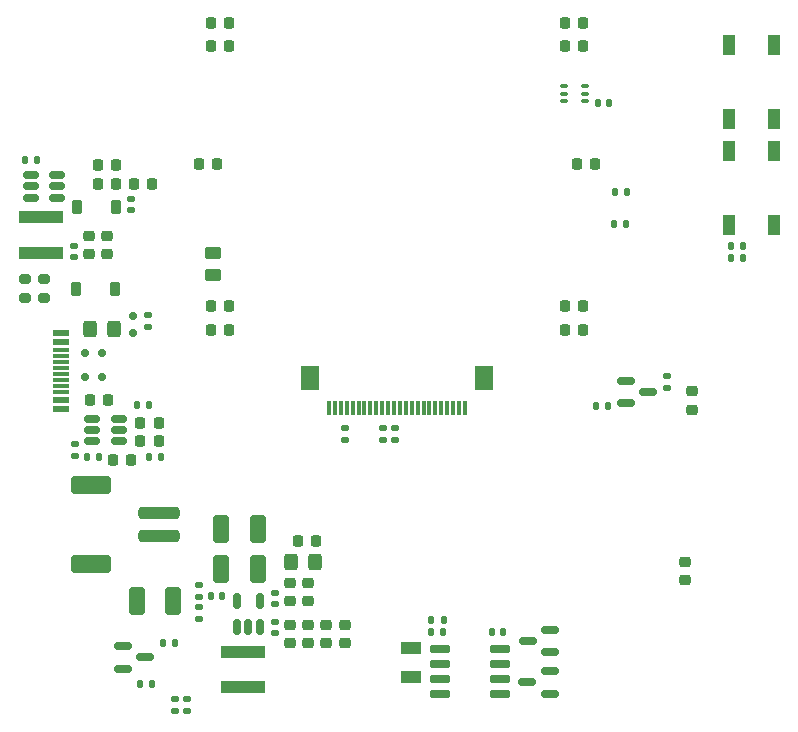
<source format=gtp>
%TF.GenerationSoftware,KiCad,Pcbnew,(7.0.0-93-gc189053ee5-dirty)*%
%TF.CreationDate,2023-02-21T15:15:17-08:00*%
%TF.ProjectId,ai-camera,61692d63-616d-4657-9261-2e6b69636164,rev1*%
%TF.SameCoordinates,PX5a995c0PY2aea540*%
%TF.FileFunction,Paste,Top*%
%TF.FilePolarity,Positive*%
%FSLAX46Y46*%
G04 Gerber Fmt 4.6, Leading zero omitted, Abs format (unit mm)*
G04 Created by KiCad (PCBNEW (7.0.0-93-gc189053ee5-dirty)) date 2023-02-21 15:15:17*
%MOMM*%
%LPD*%
G01*
G04 APERTURE LIST*
G04 Aperture macros list*
%AMRoundRect*
0 Rectangle with rounded corners*
0 $1 Rounding radius*
0 $2 $3 $4 $5 $6 $7 $8 $9 X,Y pos of 4 corners*
0 Add a 4 corners polygon primitive as box body*
4,1,4,$2,$3,$4,$5,$6,$7,$8,$9,$2,$3,0*
0 Add four circle primitives for the rounded corners*
1,1,$1+$1,$2,$3*
1,1,$1+$1,$4,$5*
1,1,$1+$1,$6,$7*
1,1,$1+$1,$8,$9*
0 Add four rect primitives between the rounded corners*
20,1,$1+$1,$2,$3,$4,$5,0*
20,1,$1+$1,$4,$5,$6,$7,0*
20,1,$1+$1,$6,$7,$8,$9,0*
20,1,$1+$1,$8,$9,$2,$3,0*%
G04 Aperture macros list end*
%ADD10R,1.800000X1.000000*%
%ADD11R,1.450000X0.600000*%
%ADD12R,1.450000X0.300000*%
%ADD13RoundRect,0.225000X-0.225000X-0.250000X0.225000X-0.250000X0.225000X0.250000X-0.225000X0.250000X0*%
%ADD14RoundRect,0.075000X0.250000X0.075000X-0.250000X0.075000X-0.250000X-0.075000X0.250000X-0.075000X0*%
%ADD15RoundRect,0.150000X-0.725000X-0.150000X0.725000X-0.150000X0.725000X0.150000X-0.725000X0.150000X0*%
%ADD16R,3.700000X1.100000*%
%ADD17RoundRect,0.225000X-0.250000X0.225000X-0.250000X-0.225000X0.250000X-0.225000X0.250000X0.225000X0*%
%ADD18RoundRect,0.200000X0.275000X-0.200000X0.275000X0.200000X-0.275000X0.200000X-0.275000X-0.200000X0*%
%ADD19RoundRect,0.140000X-0.140000X-0.170000X0.140000X-0.170000X0.140000X0.170000X-0.140000X0.170000X0*%
%ADD20RoundRect,0.135000X0.135000X0.185000X-0.135000X0.185000X-0.135000X-0.185000X0.135000X-0.185000X0*%
%ADD21RoundRect,0.150000X-0.150000X-0.200000X0.150000X-0.200000X0.150000X0.200000X-0.150000X0.200000X0*%
%ADD22R,1.000000X1.700000*%
%ADD23RoundRect,0.250000X-0.325000X-0.450000X0.325000X-0.450000X0.325000X0.450000X-0.325000X0.450000X0*%
%ADD24RoundRect,0.140000X-0.170000X0.140000X-0.170000X-0.140000X0.170000X-0.140000X0.170000X0.140000X0*%
%ADD25RoundRect,0.218750X0.256250X-0.218750X0.256250X0.218750X-0.256250X0.218750X-0.256250X-0.218750X0*%
%ADD26RoundRect,0.135000X-0.135000X-0.185000X0.135000X-0.185000X0.135000X0.185000X-0.135000X0.185000X0*%
%ADD27RoundRect,0.218750X-0.218750X-0.256250X0.218750X-0.256250X0.218750X0.256250X-0.218750X0.256250X0*%
%ADD28RoundRect,0.250000X0.412500X0.925000X-0.412500X0.925000X-0.412500X-0.925000X0.412500X-0.925000X0*%
%ADD29RoundRect,0.140000X0.170000X-0.140000X0.170000X0.140000X-0.170000X0.140000X-0.170000X-0.140000X0*%
%ADD30RoundRect,0.135000X-0.185000X0.135000X-0.185000X-0.135000X0.185000X-0.135000X0.185000X0.135000X0*%
%ADD31RoundRect,0.250000X-1.500000X0.250000X-1.500000X-0.250000X1.500000X-0.250000X1.500000X0.250000X0*%
%ADD32RoundRect,0.250001X-1.449999X0.499999X-1.449999X-0.499999X1.449999X-0.499999X1.449999X0.499999X0*%
%ADD33RoundRect,0.250000X0.325000X0.450000X-0.325000X0.450000X-0.325000X-0.450000X0.325000X-0.450000X0*%
%ADD34RoundRect,0.150000X0.512500X0.150000X-0.512500X0.150000X-0.512500X-0.150000X0.512500X-0.150000X0*%
%ADD35R,0.300000X1.300000*%
%ADD36R,1.600000X2.000000*%
%ADD37RoundRect,0.150000X0.587500X0.150000X-0.587500X0.150000X-0.587500X-0.150000X0.587500X-0.150000X0*%
%ADD38RoundRect,0.135000X0.185000X-0.135000X0.185000X0.135000X-0.185000X0.135000X-0.185000X-0.135000X0*%
%ADD39RoundRect,0.150000X-0.200000X0.150000X-0.200000X-0.150000X0.200000X-0.150000X0.200000X0.150000X0*%
%ADD40RoundRect,0.225000X0.225000X0.375000X-0.225000X0.375000X-0.225000X-0.375000X0.225000X-0.375000X0*%
%ADD41RoundRect,0.225000X0.250000X-0.225000X0.250000X0.225000X-0.250000X0.225000X-0.250000X-0.225000X0*%
%ADD42RoundRect,0.150000X0.150000X-0.512500X0.150000X0.512500X-0.150000X0.512500X-0.150000X-0.512500X0*%
%ADD43RoundRect,0.225000X-0.225000X-0.375000X0.225000X-0.375000X0.225000X0.375000X-0.225000X0.375000X0*%
%ADD44RoundRect,0.225000X0.225000X0.250000X-0.225000X0.250000X-0.225000X-0.250000X0.225000X-0.250000X0*%
%ADD45RoundRect,0.150000X-0.587500X-0.150000X0.587500X-0.150000X0.587500X0.150000X-0.587500X0.150000X0*%
%ADD46RoundRect,0.250000X0.450000X-0.262500X0.450000X0.262500X-0.450000X0.262500X-0.450000X-0.262500X0*%
G04 APERTURE END LIST*
D10*
X36219999Y-65429999D03*
X36219999Y-62929999D03*
D11*
X6544999Y-36249999D03*
X6544999Y-37049999D03*
D12*
X6544999Y-38249999D03*
X6544999Y-39249999D03*
X6544999Y-39749999D03*
X6544999Y-40749999D03*
D11*
X6544999Y-41949999D03*
X6544999Y-42749999D03*
X6544999Y-42749999D03*
X6544999Y-41949999D03*
D12*
X6544999Y-41249999D03*
X6544999Y-40249999D03*
X6544999Y-38749999D03*
X6544999Y-37749999D03*
D11*
X6544999Y-37049999D03*
X6544999Y-36249999D03*
D13*
X10950000Y-47000000D03*
X12500000Y-47000000D03*
D14*
X50900000Y-16650000D03*
X50900000Y-16000000D03*
X50900000Y-15350000D03*
X49100000Y-15350000D03*
X49100000Y-16000000D03*
X49100000Y-16650000D03*
D15*
X38605000Y-62995000D03*
X38605000Y-64265000D03*
X38605000Y-65535000D03*
X38605000Y-66805000D03*
X43755000Y-66805000D03*
X43755000Y-65535000D03*
X43755000Y-64265000D03*
X43755000Y-62995000D03*
D16*
X21999999Y-63249999D03*
X21999999Y-66249999D03*
D17*
X25937500Y-57412499D03*
X25937500Y-58962499D03*
D18*
X5100000Y-33325000D03*
X5100000Y-31675000D03*
D19*
X43040000Y-61620000D03*
X44000000Y-61620000D03*
D20*
X14260000Y-66020000D03*
X13240000Y-66020000D03*
D18*
X3500000Y-33325000D03*
X3500000Y-31675000D03*
D20*
X16200000Y-62530000D03*
X15180000Y-62530000D03*
D21*
X10007500Y-37970000D03*
X8607500Y-37970000D03*
D22*
X66899999Y-20849999D03*
X66899999Y-27149999D03*
X63099999Y-20849999D03*
X63099999Y-27149999D03*
D23*
X8975000Y-35930000D03*
X11025000Y-35930000D03*
D24*
X12450000Y-24905000D03*
X12450000Y-25865000D03*
D25*
X60000000Y-42787500D03*
X60000000Y-41212500D03*
D26*
X63250000Y-28890000D03*
X64270000Y-28890000D03*
D27*
X13248987Y-45459099D03*
X14823987Y-45459099D03*
X19212500Y-36000000D03*
X20787500Y-36000000D03*
D26*
X14040000Y-46750000D03*
X15060000Y-46750000D03*
D28*
X16075000Y-59000000D03*
X13000000Y-59000000D03*
D26*
X37910000Y-61620000D03*
X38930000Y-61620000D03*
D29*
X34798000Y-45311000D03*
X34798000Y-44351000D03*
D26*
X53420000Y-24330000D03*
X54440000Y-24330000D03*
D28*
X23212500Y-56250000D03*
X20137500Y-56250000D03*
D16*
X4849999Y-29489999D03*
X4849999Y-26489999D03*
D27*
X19212500Y-12000000D03*
X20787500Y-12000000D03*
D13*
X26605000Y-53900000D03*
X28155000Y-53900000D03*
D30*
X13920000Y-34750000D03*
X13920000Y-35770000D03*
D31*
X14850000Y-51500000D03*
X14850000Y-53500000D03*
D32*
X9100000Y-49150000D03*
X9100000Y-55850000D03*
D33*
X28075000Y-55670000D03*
X26025000Y-55670000D03*
D27*
X49212500Y-34000000D03*
X50787500Y-34000000D03*
D19*
X19250000Y-58550000D03*
X20210000Y-58550000D03*
D27*
X19212500Y-34000000D03*
X20787500Y-34000000D03*
D30*
X18270000Y-57570000D03*
X18270000Y-58590000D03*
D17*
X8910000Y-28025000D03*
X8910000Y-29575000D03*
D27*
X13261486Y-43859099D03*
X14836486Y-43859099D03*
D30*
X18260000Y-59500000D03*
X18260000Y-60520000D03*
D24*
X17200000Y-68260000D03*
X17200000Y-67300000D03*
D34*
X6247500Y-24820000D03*
X6247500Y-23870000D03*
X6247500Y-22920000D03*
X3972500Y-22920000D03*
X3972500Y-23870000D03*
X3972500Y-24820000D03*
D35*
X40749999Y-42599999D03*
X40249999Y-42599999D03*
X39749999Y-42599999D03*
X39249999Y-42599999D03*
X38749999Y-42599999D03*
X38249999Y-42599999D03*
X37749999Y-42599999D03*
X37249999Y-42599999D03*
X36749999Y-42599999D03*
X36249999Y-42599999D03*
X35749999Y-42599999D03*
X35249999Y-42599999D03*
X34749999Y-42599999D03*
X34249999Y-42599999D03*
X33749999Y-42599999D03*
X33249999Y-42599999D03*
X32749999Y-42599999D03*
X32249999Y-42599999D03*
X31749999Y-42599999D03*
X31249999Y-42599999D03*
X30749999Y-42599999D03*
X30249999Y-42599999D03*
X29749999Y-42599999D03*
X29249999Y-42599999D03*
D36*
X42399999Y-40119999D03*
X27599999Y-40119999D03*
D27*
X49212500Y-10000000D03*
X50787500Y-10000000D03*
D37*
X47927500Y-63290000D03*
X47927500Y-61390000D03*
X46052500Y-62340000D03*
D38*
X16200000Y-67290000D03*
X16200000Y-68310000D03*
D39*
X12630000Y-36270000D03*
X12630000Y-34870000D03*
D27*
X19212500Y-10000000D03*
X20787500Y-10000000D03*
D22*
X66899999Y-11849999D03*
X66899999Y-18149999D03*
X63099999Y-11849999D03*
X63099999Y-18149999D03*
D40*
X11220000Y-25600000D03*
X7920000Y-25600000D03*
D13*
X9655000Y-23640000D03*
X11205000Y-23640000D03*
D26*
X3480000Y-21620000D03*
X4500000Y-21620000D03*
D27*
X49212500Y-12000000D03*
X50787500Y-12000000D03*
D26*
X53410000Y-27010000D03*
X54430000Y-27010000D03*
D41*
X59410000Y-57175000D03*
X59410000Y-55625000D03*
D17*
X29012499Y-61012499D03*
X29012499Y-62562499D03*
X25937500Y-61012500D03*
X25937500Y-62562500D03*
D21*
X10007500Y-40030000D03*
X8607500Y-40030000D03*
D42*
X21462500Y-61200000D03*
X22412500Y-61200000D03*
X23362500Y-61200000D03*
X23362500Y-58925000D03*
X21462500Y-58925000D03*
D24*
X24662500Y-60732500D03*
X24662500Y-61692500D03*
D38*
X7725000Y-46710000D03*
X7725000Y-45690000D03*
D17*
X27462499Y-61012499D03*
X27462499Y-62562499D03*
D27*
X49212500Y-36000000D03*
X50787500Y-36000000D03*
D41*
X27462500Y-58962500D03*
X27462500Y-57412500D03*
D26*
X37920000Y-60590000D03*
X38940000Y-60590000D03*
D13*
X9650000Y-22090000D03*
X11200000Y-22090000D03*
D29*
X33782000Y-45311000D03*
X33782000Y-44351000D03*
D30*
X57830000Y-39940000D03*
X57830000Y-40960000D03*
D19*
X51990000Y-16770000D03*
X52950000Y-16770000D03*
D27*
X50212500Y-22000000D03*
X51787500Y-22000000D03*
D43*
X7790000Y-32530000D03*
X11090000Y-32530000D03*
D26*
X13013986Y-42409099D03*
X14033986Y-42409099D03*
D44*
X10550000Y-41975000D03*
X9000000Y-41975000D03*
D26*
X8715000Y-46750000D03*
X9735000Y-46750000D03*
D27*
X18212500Y-22000000D03*
X19787500Y-22000000D03*
D45*
X54380000Y-40300000D03*
X54380000Y-42200000D03*
X56255000Y-41250000D03*
D41*
X10490000Y-29580000D03*
X10490000Y-28030000D03*
D20*
X52830000Y-42470000D03*
X51810000Y-42470000D03*
D29*
X24687500Y-59247500D03*
X24687500Y-58287500D03*
D45*
X11832500Y-62790000D03*
X11832500Y-64690000D03*
X13707500Y-63740000D03*
D26*
X63250000Y-29900000D03*
X64270000Y-29900000D03*
D29*
X30607000Y-45311000D03*
X30607000Y-44351000D03*
D37*
X47917500Y-66800000D03*
X47917500Y-64900000D03*
X46042500Y-65850000D03*
D17*
X30562499Y-61012499D03*
X30562499Y-62562499D03*
D34*
X11475000Y-45449999D03*
X11475000Y-44499999D03*
X11475000Y-43549999D03*
X9200000Y-43549999D03*
X9200000Y-44499999D03*
X9200000Y-45449999D03*
D46*
X19440000Y-31332500D03*
X19440000Y-29507500D03*
D28*
X23212500Y-52875001D03*
X20137500Y-52875001D03*
D24*
X7630000Y-28890000D03*
X7630000Y-29850000D03*
D44*
X14245000Y-23630000D03*
X12695000Y-23630000D03*
M02*

</source>
